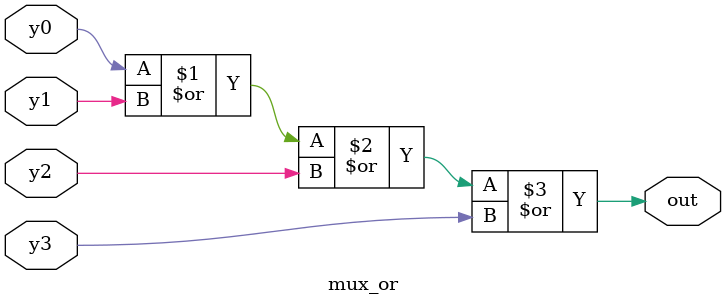
<source format=v>
`timescale 1ns / 1ps


module mux_ct(input i0,i1,i2,i3,s1,s0, output out );
wire y0,y1,y2,y3;
wire s0n,s1n;
not(s0n,s0);
not(s1n,s1);

mux_add input_add00(.i(i0),.s1(s1n),.s0(s0n),.y(y0));
mux_add input_add01(.i(i1),.s1(s1n),.s0(s0),.y(y1));
mux_add input_add02(.i(i2),.s1(s1),.s0(s0n),.y(y2));
mux_add input_add03(.i(i3),.s1(s1),.s0(s0),.y(y3));

mux_or output_mux00(.y0(y0),.y1(y1),.y2(y2),.y3(y3),.out(out));

endmodule

module mux_add(input i,s0,s1, output y);
and(y,i,s0,s1);
endmodule

module mux_or(input y0,y1,y2,y3, output out);
or(out,y0,y1,y2,y3);
endmodule
</source>
